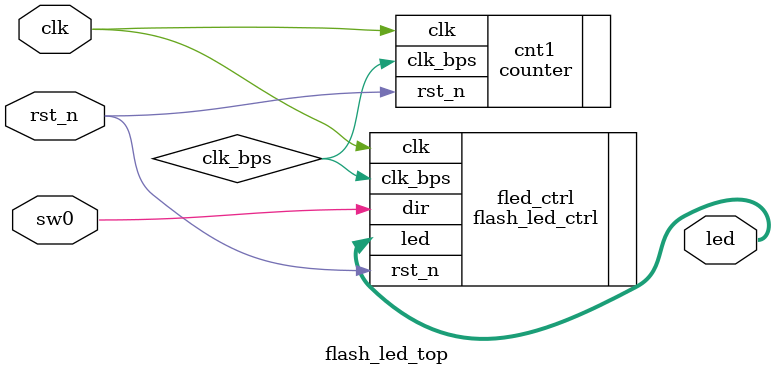
<source format=v>
`timescale 1ns / 1ps


module flash_led_top(
    input clk,
    input rst_n,
    input sw0,
    output [7:0] led
    );
    wire clk_bps;
    counter cnt1(.clk(clk),.rst_n(rst_n),.clk_bps(clk_bps));
    flash_led_ctrl fled_ctrl(.clk(clk),.rst_n(rst_n),.dir(sw0),.clk_bps(clk_bps),.led(led));
endmodule

</source>
